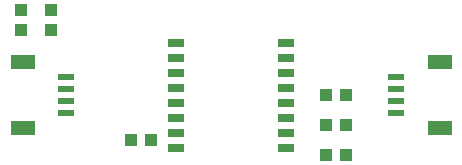
<source format=gtp>
G75*
%MOIN*%
%OFA0B0*%
%FSLAX25Y25*%
%IPPOS*%
%LPD*%
%AMOC8*
5,1,8,0,0,1.08239X$1,22.5*
%
%ADD10R,0.07874X0.04724*%
%ADD11R,0.05315X0.02362*%
%ADD12R,0.04331X0.03937*%
%ADD13R,0.03937X0.04331*%
%ADD14R,0.05500X0.02550*%
D10*
X0153865Y0263976D03*
X0153865Y0286024D03*
X0292802Y0286024D03*
X0292802Y0263976D03*
D11*
X0278333Y0269094D03*
X0278333Y0273031D03*
X0278333Y0276969D03*
X0278333Y0280906D03*
X0168333Y0280906D03*
X0168333Y0276969D03*
X0168333Y0273031D03*
X0168333Y0269094D03*
D12*
X0189987Y0260000D03*
X0196680Y0260000D03*
X0254987Y0255000D03*
X0261680Y0255000D03*
X0261680Y0265000D03*
X0254987Y0265000D03*
X0254987Y0275000D03*
X0261680Y0275000D03*
D13*
X0163333Y0296654D03*
X0163333Y0303346D03*
X0153333Y0303346D03*
X0153333Y0296654D03*
D14*
X0205026Y0257500D03*
X0205026Y0262500D03*
X0205026Y0267500D03*
X0205026Y0272500D03*
X0205026Y0277500D03*
X0205026Y0282500D03*
X0205026Y0287500D03*
X0205026Y0292500D03*
X0241640Y0292500D03*
X0241640Y0287500D03*
X0241640Y0282500D03*
X0241640Y0277500D03*
X0241640Y0272500D03*
X0241640Y0267500D03*
X0241640Y0262500D03*
X0241640Y0257500D03*
M02*

</source>
